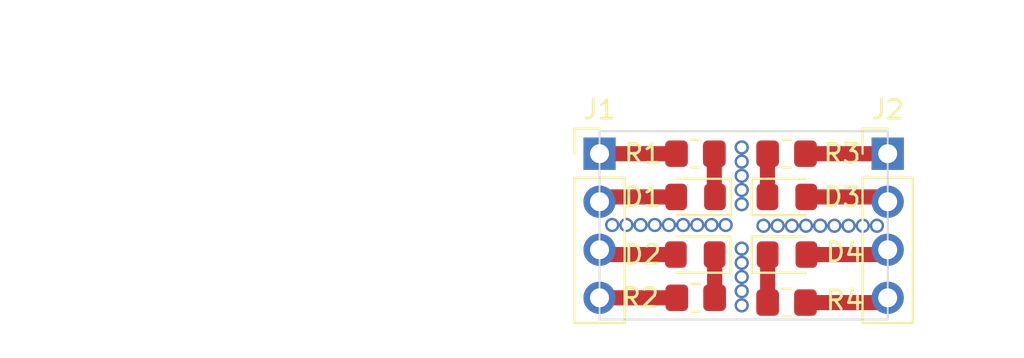
<source format=kicad_pcb>
(kicad_pcb (version 20221018) (generator pcbnew)
  (layers (0 "F.Cu" signal) (31 "B.Cu" signal) (34 "B.Paste" user) (35 "F.Paste" user) (36 "B.SilkS" user "B.Silkscreen") (37 "F.SilkS" user "F.Silkscreen") (38 "B.Mask" user) (39 "F.Mask" user) (44 "Edge.Cuts" user))
  (net 0 "")
  (net 1 "Net-(D1-K)")
  (net 2 "Net-(D1-A)")
  (net 3 "Net-(D2-K)")
  (net 4 "Net-(D2-A)")
  (net 5 "Net-(D3-K)")
  (net 6 "Net-(D3-A)")
  (net 7 "Net-(D4-K)")
  (net 8 "Net-(D4-A)")
  (net 9 "Net-(J1-Pin_1)")
  (net 10 "Net-(J2-Pin_1)")
  (net 11 "Net-(J1-Pin_4)")
  (net 12 "Net-(J2-Pin_4)")
  (footprint "Library:Mousebite 3.5mm" (layer "F.Cu") (at 34.15 34.25 90)
    (fp_text reference "REF**" hide)
    (fp_text value "Mousebite 3.5mm")
    (pad "" np_thru_hole circle (at 0 0 90) (size 0.75 0.75) (drill 0.5) (layers "*.Cu" "*.Mask"))
    (pad "" np_thru_hole circle (at 0 0.75 90) (size 0.75 0.75) (drill 0.5) (layers "*.Cu" "*.Mask"))
    (pad "" np_thru_hole circle (at 0 1.5 90) (size 0.75 0.75) (drill 0.5) (layers "*.Cu" "*.Mask"))
    (pad "" np_thru_hole circle (at 0 2.25 90) (size 0.75 0.75) (drill 0.5) (layers "*.Cu" "*.Mask"))
    (pad "" np_thru_hole circle (at 0 3 90) (size 0.75 0.75) (drill 0.5) (layers "*.Cu" "*.Mask"))
  )
  (footprint "LED_SMD:LED_0805_2012Metric_Pad1.15x1.40mm_HandSolder" (layer "F.Cu") (at 40.395 35.814)
    (fp_text reference "D4" (at 3.039 -0.127) (layer "F.SilkS"))
    (fp_text value "LED")
    (fp_line (start -1.86 -0.96) (end -1.86 0.96) (stroke (width 0.12)) (layer "F.SilkS"))
    (fp_line (start -1.86 0.96) (end 1 0.96) (stroke (width 0.12)) (layer "F.SilkS"))
    (fp_line (start 1 -0.96) (end -1.86 -0.96) (stroke (width 0.12)) (layer "F.SilkS"))
    (pad "1" smd roundrect (at -1.025 0) (size 1.15 1.4) (layers "F.Cu" "F.Paste" "F.Mask") (roundrect_rratio 0.217391) (net 7 "Net-(D4-K)"))
    (pad "2" smd roundrect (at 1.025 0) (size 1.15 1.4) (layers "F.Cu" "F.Paste" "F.Mask") (roundrect_rratio 0.217391) (net 8 "Net-(D4-A)"))
  )
  (footprint "LED_SMD:LED_0805_2012Metric_Pad1.15x1.40mm_HandSolder" (layer "F.Cu") (at 40.386 32.766)
    (fp_text reference "D3" (at 2.921 0) (layer "F.SilkS"))
    (fp_text value "LED")
    (fp_line (start -1.86 -0.96) (end -1.86 0.96) (stroke (width 0.12)) (layer "F.SilkS"))
    (fp_line (start -1.86 0.96) (end 1 0.96) (stroke (width 0.12)) (layer "F.SilkS"))
    (fp_line (start 1 -0.96) (end -1.86 -0.96) (stroke (width 0.12)) (layer "F.SilkS"))
    (pad "1" smd roundrect (at -1.025 0) (size 1.15 1.4) (layers "F.Cu" "F.Paste" "F.Mask") (roundrect_rratio 0.217391) (net 5 "Net-(D3-K)"))
    (pad "2" smd roundrect (at 1.025 0) (size 1.15 1.4) (layers "F.Cu" "F.Paste" "F.Mask") (roundrect_rratio 0.217391) (net 6 "Net-(D3-A)"))
  )
  (footprint "Connector_PinHeader_2.54mm:PinHeader_1x04_P2.54mm_Vertical" (layer "F.Cu") (at 45.72 30.48)
    (fp_text reference "J2" (at 0 -2.33) (layer "F.SilkS"))
    (fp_text value "Conn_01x04")
    (fp_line (start -1.33 -1.33) (end 0 -1.33) (stroke (width 0.12)) (layer "F.SilkS"))
    (fp_line (start -1.33 0) (end -1.33 -1.33) (stroke (width 0.12)) (layer "F.SilkS"))
    (fp_line (start -1.33 1.27) (end -1.33 8.95) (stroke (width 0.12)) (layer "F.SilkS"))
    (fp_line (start -1.33 1.27) (end 1.33 1.27) (stroke (width 0.12)) (layer "F.SilkS"))
    (fp_line (start -1.33 8.95) (end 1.33 8.95) (stroke (width 0.12)) (layer "F.SilkS"))
    (fp_line (start 1.33 1.27) (end 1.33 8.95) (stroke (width 0.12)) (layer "F.SilkS"))
    (pad "1" thru_hole rect (at 0 0) (size 1.7 1.7) (drill 1) (layers "*.Cu" "*.Mask") (net 10 "Net-(J2-Pin_1)"))
    (pad "2" thru_hole oval (at 0 2.54) (size 1.7 1.7) (drill 1) (layers "*.Cu" "*.Mask") (net 6 "Net-(D3-A)"))
    (pad "3" thru_hole oval (at 0 5.08) (size 1.7 1.7) (drill 1) (layers "*.Cu" "*.Mask") (net 8 "Net-(D4-A)"))
    (pad "4" thru_hole oval (at 0 7.62) (size 1.7 1.7) (drill 1) (layers "*.Cu" "*.Mask") (net 12 "Net-(J2-Pin_4)"))
  )
  (footprint "Library:Mousebite 3.5mm" (layer "F.Cu") (at 31.15 34.25 90)
    (fp_text reference "REF**" hide)
    (fp_text value "Mousebite 3.5mm")
    (pad "" np_thru_hole circle (at 0 0 90) (size 0.75 0.75) (drill 0.5) (layers "*.Cu" "*.Mask"))
    (pad "" np_thru_hole circle (at 0 0.75 90) (size 0.75 0.75) (drill 0.5) (layers "*.Cu" "*.Mask"))
    (pad "" np_thru_hole circle (at 0 1.5 90) (size 0.75 0.75) (drill 0.5) (layers "*.Cu" "*.Mask"))
    (pad "" np_thru_hole circle (at 0 2.25 90) (size 0.75 0.75) (drill 0.5) (layers "*.Cu" "*.Mask"))
    (pad "" np_thru_hole circle (at 0 3 90) (size 0.75 0.75) (drill 0.5) (layers "*.Cu" "*.Mask"))
  )
  (footprint "Library:Mousebite 3.5mm" (layer "F.Cu") (at 38 38.5 180)
    (fp_text reference "REF**" hide)
    (fp_text value "Mousebite 3.5mm")
    (pad "" np_thru_hole circle (at 0 0 180) (size 0.75 0.75) (drill 0.5) (layers "*.Cu" "*.Mask"))
    (pad "" np_thru_hole circle (at 0 0.75 180) (size 0.75 0.75) (drill 0.5) (layers "*.Cu" "*.Mask"))
    (pad "" np_thru_hole circle (at 0 1.5 180) (size 0.75 0.75) (drill 0.5) (layers "*.Cu" "*.Mask"))
    (pad "" np_thru_hole circle (at 0 2.25 180) (size 0.75 0.75) (drill 0.5) (layers "*.Cu" "*.Mask"))
    (pad "" np_thru_hole circle (at 0 3 180) (size 0.75 0.75) (drill 0.5) (layers "*.Cu" "*.Mask"))
  )
  (footprint "Library:Mousebite 3.5mm" (layer "F.Cu") (at 39.15 34.29 90)
    (fp_text reference "REF**" hide)
    (fp_text value "Mousebite 3.5mm")
    (pad "" np_thru_hole circle (at 0 0 90) (size 0.75 0.75) (drill 0.5) (layers "*.Cu" "*.Mask"))
    (pad "" np_thru_hole circle (at 0 0.75 90) (size 0.75 0.75) (drill 0.5) (layers "*.Cu" "*.Mask"))
    (pad "" np_thru_hole circle (at 0 1.5 90) (size 0.75 0.75) (drill 0.5) (layers "*.Cu" "*.Mask"))
    (pad "" np_thru_hole circle (at 0 2.25 90) (size 0.75 0.75) (drill 0.5) (layers "*.Cu" "*.Mask"))
    (pad "" np_thru_hole circle (at 0 3 90) (size 0.75 0.75) (drill 0.5) (layers "*.Cu" "*.Mask"))
  )
  (footprint "Resistor_SMD:R_0805_2012Metric_Pad1.20x1.40mm_HandSolder" (layer "F.Cu") (at 35.567 38.1 180)
    (fp_text reference "R2" (at 2.928 0) (layer "F.SilkS"))
    (fp_text value "R")
    (fp_line (start -0.227064 -0.735) (end 0.227064 -0.735) (stroke (width 0.12)) (layer "F.SilkS"))
    (fp_line (start -0.227064 0.735) (end 0.227064 0.735) (stroke (width 0.12)) (layer "F.SilkS"))
    (pad "1" smd roundrect (at -1 0 180) (size 1.2 1.4) (layers "F.Cu" "F.Paste" "F.Mask") (roundrect_rratio 0.208333) (net 3 "Net-(D2-K)"))
    (pad "2" smd roundrect (at 1 0 180) (size 1.2 1.4) (layers "F.Cu" "F.Paste" "F.Mask") (roundrect_rratio 0.208333) (net 11 "Net-(J1-Pin_4)"))
  )
  (footprint "Resistor_SMD:R_0805_2012Metric_Pad1.20x1.40mm_HandSolder" (layer "F.Cu") (at 40.37 30.48)
    (fp_text reference "R3" (at 2.937 0) (layer "F.SilkS"))
    (fp_text value "R")
    (fp_line (start -0.227064 -0.735) (end 0.227064 -0.735) (stroke (width 0.12)) (layer "F.SilkS"))
    (fp_line (start -0.227064 0.735) (end 0.227064 0.735) (stroke (width 0.12)) (layer "F.SilkS"))
    (pad "1" smd roundrect (at -1 0) (size 1.2 1.4) (layers "F.Cu" "F.Paste" "F.Mask") (roundrect_rratio 0.208333) (net 5 "Net-(D3-K)"))
    (pad "2" smd roundrect (at 1 0) (size 1.2 1.4) (layers "F.Cu" "F.Paste" "F.Mask") (roundrect_rratio 0.208333) (net 10 "Net-(J2-Pin_1)"))
  )
  (footprint "Resistor_SMD:R_0805_2012Metric_Pad1.20x1.40mm_HandSolder" (layer "F.Cu") (at 35.551 30.48 180)
    (fp_text reference "R1" (at 2.785 0) (layer "F.SilkS"))
    (fp_text value "R")
    (fp_line (start -0.227064 -0.735) (end 0.227064 -0.735) (stroke (width 0.12)) (layer "F.SilkS"))
    (fp_line (start -0.227064 0.735) (end 0.227064 0.735) (stroke (width 0.12)) (layer "F.SilkS"))
    (pad "1" smd roundrect (at -1 0 180) (size 1.2 1.4) (layers "F.Cu" "F.Paste" "F.Mask") (roundrect_rratio 0.208333) (net 1 "Net-(D1-K)"))
    (pad "2" smd roundrect (at 1 0 180) (size 1.2 1.4) (layers "F.Cu" "F.Paste" "F.Mask") (roundrect_rratio 0.208333) (net 9 "Net-(J1-Pin_1)"))
  )
  (footprint "LED_SMD:LED_0805_2012Metric_Pad1.15x1.40mm_HandSolder" (layer "F.Cu") (at 35.56 32.766 180)
    (fp_text reference "D1" (at 2.794 0) (layer "F.SilkS"))
    (fp_text value "LED")
    (fp_line (start -1.86 -0.96) (end -1.86 0.96) (stroke (width 0.12)) (layer "F.SilkS"))
    (fp_line (start -1.86 0.96) (end 1 0.96) (stroke (width 0.12)) (layer "F.SilkS"))
    (fp_line (start 1 -0.96) (end -1.86 -0.96) (stroke (width 0.12)) (layer "F.SilkS"))
    (pad "1" smd roundrect (at -1.025 0 180) (size 1.15 1.4) (layers "F.Cu" "F.Paste" "F.Mask") (roundrect_rratio 0.217391) (net 1 "Net-(D1-K)"))
    (pad "2" smd roundrect (at 1.025 0 180) (size 1.15 1.4) (layers "F.Cu" "F.Paste" "F.Mask") (roundrect_rratio 0.217391) (net 2 "Net-(D1-A)"))
  )
  (footprint "Library:Mousebite 3.5mm" (layer "F.Cu") (at 42.15 34.29 90)
    (fp_text reference "REF**" hide)
    (fp_text value "Mousebite 3.5mm")
    (pad "" np_thru_hole circle (at 0 0 90) (size 0.75 0.75) (drill 0.5) (layers "*.Cu" "*.Mask"))
    (pad "" np_thru_hole circle (at 0 0.75 90) (size 0.75 0.75) (drill 0.5) (layers "*.Cu" "*.Mask"))
    (pad "" np_thru_hole circle (at 0 1.5 90) (size 0.75 0.75) (drill 0.5) (layers "*.Cu" "*.Mask"))
    (pad "" np_thru_hole circle (at 0 2.25 90) (size 0.75 0.75) (drill 0.5) (layers "*.Cu" "*.Mask"))
    (pad "" np_thru_hole circle (at 0 3 90) (size 0.75 0.75) (drill 0.5) (layers "*.Cu" "*.Mask"))
  )
  (footprint "LED_SMD:LED_0805_2012Metric_Pad1.15x1.40mm_HandSolder" (layer "F.Cu") (at 35.542 35.814 180)
    (fp_text reference "D2" (at 2.776 0) (layer "F.SilkS"))
    (fp_text value "LED")
    (fp_line (start -1.86 -0.96) (end -1.86 0.96) (stroke (width 0.12)) (layer "F.SilkS"))
    (fp_line (start -1.86 0.96) (end 1 0.96) (stroke (width 0.12)) (layer "F.SilkS"))
    (fp_line (start 1 -0.96) (end -1.86 -0.96) (stroke (width 0.12)) (layer "F.SilkS"))
    (pad "1" smd roundrect (at -1.025 0 180) (size 1.15 1.4) (layers "F.Cu" "F.Paste" "F.Mask") (roundrect_rratio 0.217391) (net 3 "Net-(D2-K)"))
    (pad "2" smd roundrect (at 1.025 0 180) (size 1.15 1.4) (layers "F.Cu" "F.Paste" "F.Mask") (roundrect_rratio 0.217391) (net 4 "Net-(D2-A)"))
  )
  (footprint "Resistor_SMD:R_0805_2012Metric_Pad1.20x1.40mm_HandSolder" (layer "F.Cu") (at 40.37 38.354)
    (fp_text reference "R4" (at 3.064 -0.127) (layer "F.SilkS"))
    (fp_text value "R")
    (fp_line (start -0.227064 -0.735) (end 0.227064 -0.735) (stroke (width 0.12)) (layer "F.SilkS"))
    (fp_line (start -0.227064 0.735) (end 0.227064 0.735) (stroke (width 0.12)) (layer "F.SilkS"))
    (pad "1" smd roundrect (at -1 0) (size 1.2 1.4) (layers "F.Cu" "F.Paste" "F.Mask") (roundrect_rratio 0.208333) (net 7 "Net-(D4-K)"))
    (pad "2" smd roundrect (at 1 0) (size 1.2 1.4) (layers "F.Cu" "F.Paste" "F.Mask") (roundrect_rratio 0.208333) (net 12 "Net-(J2-Pin_4)"))
  )
  (footprint "Connector_PinHeader_2.54mm:PinHeader_1x04_P2.54mm_Vertical" (layer "F.Cu") (at 30.48 30.48)
    (fp_text reference "J1" (at 0 -2.33) (layer "F.SilkS"))
    (fp_text value "Conn_01x04")
    (fp_line (start -1.33 -1.33) (end 0 -1.33) (stroke (width 0.12)) (layer "F.SilkS"))
    (fp_line (start -1.33 0) (end -1.33 -1.33) (stroke (width 0.12)) (layer "F.SilkS"))
    (fp_line (start -1.33 1.27) (end -1.33 8.95) (stroke (width 0.12)) (layer "F.SilkS"))
    (fp_line (start -1.33 1.27) (end 1.33 1.27) (stroke (width 0.12)) (layer "F.SilkS"))
    (fp_line (start -1.33 8.95) (end 1.33 8.95) (stroke (width 0.12)) (layer "F.SilkS"))
    (fp_line (start 1.33 1.27) (end 1.33 8.95) (stroke (width 0.12)) (layer "F.SilkS"))
    (pad "1" thru_hole rect (at 0 0) (size 1.7 1.7) (drill 1) (layers "*.Cu" "*.Mask") (net 9 "Net-(J1-Pin_1)"))
    (pad "2" thru_hole oval (at 0 2.54) (size 1.7 1.7) (drill 1) (layers "*.Cu" "*.Mask") (net 2 "Net-(D1-A)"))
    (pad "3" thru_hole oval (at 0 5.08) (size 1.7 1.7) (drill 1) (layers "*.Cu" "*.Mask") (net 4 "Net-(D2-A)"))
    (pad "4" thru_hole oval (at 0 7.62) (size 1.7 1.7) (drill 1) (layers "*.Cu" "*.Mask") (net 11 "Net-(J1-Pin_4)"))
  )
  (footprint "Library:Mousebite 3.5mm" (layer "F.Cu") (at 38 33.15 180)
    (fp_text reference "REF**" hide)
    (fp_text value "Mousebite 3.5mm")
    (pad "" np_thru_hole circle (at 0 0 180) (size 0.75 0.75) (drill 0.5) (layers "*.Cu" "*.Mask"))
    (pad "" np_thru_hole circle (at 0 0.75 180) (size 0.75 0.75) (drill 0.5) (layers "*.Cu" "*.Mask"))
    (pad "" np_thru_hole circle (at 0 1.5 180) (size 0.75 0.75) (drill 0.5) (layers "*.Cu" "*.Mask"))
    (pad "" np_thru_hole circle (at 0 2.25 180) (size 0.75 0.75) (drill 0.5) (layers "*.Cu" "*.Mask"))
    (pad "" np_thru_hole circle (at 0 3 180) (size 0.75 0.75) (drill 0.5) (layers "*.Cu" "*.Mask"))
  )
  (gr_rect (start 30.48 29.296) (end 45.72 39.248) (stroke (width 0.1)) (fill none) (layer "Edge.Cuts"))
  (segment (start 36.551 32.732) (end 36.585 32.766) (width 0.8) (layer "F.Cu") (net 1))
  (segment (start 36.551 30.48) (end 36.551 32.732) (width 0.8) (layer "F.Cu") (net 1))
  (segment (start 34.535 32.766) (end 30.88 32.766) (width 0.8) (layer "F.Cu") (net 2))
  (segment (start 30.88 32.766) (end 30.88 33.02) (width 0.8) (layer "F.Cu") (net 2))
  (segment (start 36.567 38.1) (end 36.567 35.814) (width 0.8) (layer "F.Cu") (net 3))
  (segment (start 34.517 35.814) (end 30.88 35.814) (width 0.8) (layer "F.Cu") (net 4))
  (segment (start 30.88 35.814) (end 30.88 35.56) (width 0.8) (layer "F.Cu") (net 4))
  (segment (start 39.361 32.766) (end 39.361 30.489) (width 0.8) (layer "F.Cu") (net 5))
  (segment (start 39.361 30.489) (end 39.37 30.48) (width 0.8) (layer "F.Cu") (net 5))
  (segment (start 41.411 32.766) (end 45.32 32.766) (width 0.8) (layer "F.Cu") (net 6))
  (segment (start 45.32 32.766) (end 45.32 33.02) (width 0.8) (layer "F.Cu") (net 6))
  (segment (start 39.37 38.354) (end 39.37 35.814) (width 0.8) (layer "F.Cu") (net 7))
  (segment (start 41.42 35.814) (end 45.32 35.814) (width 0.8) (layer "F.Cu") (net 8))
  (segment (start 45.32 35.814) (end 45.32 35.56) (width 0.8) (layer "F.Cu") (net 8))
  (segment (start 34.551 30.48) (end 30.88 30.48) (width 0.8) (layer "F.Cu") (net 9))
  (segment (start 41.37 30.48) (end 45.32 30.48) (width 0.8) (layer "F.Cu") (net 10))
  (segment (start 34.567 38.1) (end 30.88 38.1) (width 0.8) (layer "F.Cu") (net 11))
  (segment (start 41.37 38.354) (end 45.32 38.354) (width 0.8) (layer "F.Cu") (net 12))
  (segment (start 45.32 38.354) (end 45.32 38.1) (width 0.8) (layer "F.Cu") (net 12))
)
</source>
